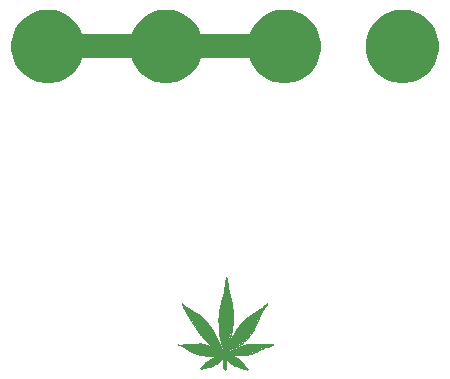
<source format=gbr>
G04 #@! TF.GenerationSoftware,KiCad,Pcbnew,(5.1.5-0)*
G04 #@! TF.CreationDate,2021-01-20T00:07:58-08:00*
G04 #@! TF.ProjectId,doof,646f6f66-2e6b-4696-9361-645f70636258,rev?*
G04 #@! TF.SameCoordinates,Original*
G04 #@! TF.FileFunction,Soldermask,Top*
G04 #@! TF.FilePolarity,Negative*
%FSLAX46Y46*%
G04 Gerber Fmt 4.6, Leading zero omitted, Abs format (unit mm)*
G04 Created by KiCad (PCBNEW (5.1.5-0)) date 2021-01-20 00:07:58*
%MOMM*%
%LPD*%
G04 APERTURE LIST*
%ADD10C,2.000000*%
%ADD11C,0.100000*%
%ADD12C,0.000002*%
%ADD13C,0.001000*%
G04 APERTURE END LIST*
D10*
X25000000Y-97500000D02*
X5000000Y-97500000D01*
D11*
G36*
X20660400Y-123747650D02*
G01*
X21212850Y-124027050D01*
X21539875Y-124354075D01*
X21674813Y-124584263D01*
X21906588Y-124854138D01*
X21600200Y-124770000D01*
X21346200Y-124693800D01*
X21168400Y-124630300D01*
X20793750Y-124496950D01*
X20434975Y-124303275D01*
X20174625Y-124017525D01*
X20050800Y-123855600D01*
X20114300Y-123893700D01*
X20088900Y-123830200D01*
X20152400Y-123658750D01*
X20660400Y-123747650D01*
G37*
X20660400Y-123747650D02*
X21212850Y-124027050D01*
X21539875Y-124354075D01*
X21674813Y-124584263D01*
X21906588Y-124854138D01*
X21600200Y-124770000D01*
X21346200Y-124693800D01*
X21168400Y-124630300D01*
X20793750Y-124496950D01*
X20434975Y-124303275D01*
X20174625Y-124017525D01*
X20050800Y-123855600D01*
X20114300Y-123893700D01*
X20088900Y-123830200D01*
X20152400Y-123658750D01*
X20660400Y-123747650D01*
G36*
X19866650Y-123766700D02*
G01*
X19498350Y-124198500D01*
X19060200Y-124471550D01*
X18679200Y-124611250D01*
X17929900Y-124776350D01*
X18412500Y-124249300D01*
X18806200Y-123982600D01*
X19174500Y-123779400D01*
X19644400Y-123703200D01*
X19669800Y-123703200D01*
X19866650Y-123766700D01*
G37*
X19866650Y-123766700D02*
X19498350Y-124198500D01*
X19060200Y-124471550D01*
X18679200Y-124611250D01*
X17929900Y-124776350D01*
X18412500Y-124249300D01*
X18806200Y-123982600D01*
X19174500Y-123779400D01*
X19644400Y-123703200D01*
X19669800Y-123703200D01*
X19866650Y-123766700D01*
G36*
X23073400Y-122738000D02*
G01*
X23505200Y-122763400D01*
X24083207Y-122773943D01*
X23403600Y-122928500D01*
X22971800Y-123119000D01*
X22628900Y-123334900D01*
X22209800Y-123500000D01*
X21676400Y-123588900D01*
X21231900Y-123614300D01*
X20654050Y-123595250D01*
X20076200Y-123576200D01*
X20012700Y-123500000D01*
X20228600Y-123436500D01*
X20235585Y-123385700D01*
X20551815Y-123258700D01*
X21085850Y-123030100D01*
X21638300Y-122826900D01*
X22032000Y-122712600D01*
X22476500Y-122712600D01*
X23073400Y-122738000D01*
G37*
X23073400Y-122738000D02*
X23505200Y-122763400D01*
X24083207Y-122773943D01*
X23403600Y-122928500D01*
X22971800Y-123119000D01*
X22628900Y-123334900D01*
X22209800Y-123500000D01*
X21676400Y-123588900D01*
X21231900Y-123614300D01*
X20654050Y-123595250D01*
X20076200Y-123576200D01*
X20012700Y-123500000D01*
X20228600Y-123436500D01*
X20235585Y-123385700D01*
X20551815Y-123258700D01*
X21085850Y-123030100D01*
X21638300Y-122826900D01*
X22032000Y-122712600D01*
X22476500Y-122712600D01*
X23073400Y-122738000D01*
G36*
X23060700Y-120083700D02*
G01*
X22819400Y-120579000D01*
X22616200Y-121036200D01*
X22355850Y-121556900D01*
X22082800Y-121912500D01*
X21771650Y-122325250D01*
X21301750Y-122718950D01*
X20800100Y-123055500D01*
X19695200Y-123652400D01*
X19720600Y-123322200D01*
X20025400Y-123271400D01*
X20273050Y-122833250D01*
X20488950Y-122369700D01*
X20654050Y-122039500D01*
X20838200Y-121747400D01*
X21003300Y-121429900D01*
X21282700Y-121074300D01*
X21562100Y-120756800D01*
X21892300Y-120464700D01*
X22235200Y-120236100D01*
X22616200Y-119982100D01*
X23009900Y-119715400D01*
X23543300Y-119321700D01*
X23060700Y-120083700D01*
G37*
X23060700Y-120083700D02*
X22819400Y-120579000D01*
X22616200Y-121036200D01*
X22355850Y-121556900D01*
X22082800Y-121912500D01*
X21771650Y-122325250D01*
X21301750Y-122718950D01*
X20800100Y-123055500D01*
X19695200Y-123652400D01*
X19720600Y-123322200D01*
X20025400Y-123271400D01*
X20273050Y-122833250D01*
X20488950Y-122369700D01*
X20654050Y-122039500D01*
X20838200Y-121747400D01*
X21003300Y-121429900D01*
X21282700Y-121074300D01*
X21562100Y-120756800D01*
X21892300Y-120464700D01*
X22235200Y-120236100D01*
X22616200Y-119982100D01*
X23009900Y-119715400D01*
X23543300Y-119321700D01*
X23060700Y-120083700D01*
G36*
X20215900Y-117950100D02*
G01*
X20317500Y-118432700D01*
X20431800Y-118889900D01*
X20514350Y-119220100D01*
X20577850Y-119601100D01*
X20622300Y-120121800D01*
X20622300Y-120655200D01*
X20571500Y-121239400D01*
X20508000Y-121760100D01*
X20365125Y-122255400D01*
X20066675Y-123271400D01*
X19853950Y-123220600D01*
X19619000Y-122306200D01*
X19445962Y-121442600D01*
X19461837Y-120655200D01*
X19514225Y-119994800D01*
X19676150Y-119220100D01*
X19911100Y-118407300D01*
X20038100Y-117632600D01*
X20101600Y-117111900D01*
X20215900Y-117950100D01*
G37*
X20215900Y-117950100D02*
X20317500Y-118432700D01*
X20431800Y-118889900D01*
X20514350Y-119220100D01*
X20577850Y-119601100D01*
X20622300Y-120121800D01*
X20622300Y-120655200D01*
X20571500Y-121239400D01*
X20508000Y-121760100D01*
X20365125Y-122255400D01*
X20066675Y-123271400D01*
X19853950Y-123220600D01*
X19619000Y-122306200D01*
X19445962Y-121442600D01*
X19461837Y-120655200D01*
X19514225Y-119994800D01*
X19676150Y-119220100D01*
X19911100Y-118407300D01*
X20038100Y-117632600D01*
X20101600Y-117111900D01*
X20215900Y-117950100D01*
G36*
X16596400Y-119524900D02*
G01*
X16913900Y-119766200D01*
X17479050Y-120083700D01*
X18075950Y-120515500D01*
X18450600Y-120896500D01*
X18850650Y-121461650D01*
X19447550Y-122642750D01*
X19746000Y-123207900D01*
X19758700Y-123220600D01*
X19428500Y-123246000D01*
X19326900Y-123195200D01*
X18971300Y-122947550D01*
X18564900Y-122579250D01*
X18234700Y-122230000D01*
X17879100Y-121798200D01*
X17599700Y-121379100D01*
X17409200Y-121125100D01*
X17155200Y-120667900D01*
X16901200Y-120299600D01*
X16659900Y-119880500D01*
X16380500Y-119321700D01*
X16596400Y-119524900D01*
G37*
X16596400Y-119524900D02*
X16913900Y-119766200D01*
X17479050Y-120083700D01*
X18075950Y-120515500D01*
X18450600Y-120896500D01*
X18850650Y-121461650D01*
X19447550Y-122642750D01*
X19746000Y-123207900D01*
X19758700Y-123220600D01*
X19428500Y-123246000D01*
X19326900Y-123195200D01*
X18971300Y-122947550D01*
X18564900Y-122579250D01*
X18234700Y-122230000D01*
X17879100Y-121798200D01*
X17599700Y-121379100D01*
X17409200Y-121125100D01*
X17155200Y-120667900D01*
X16901200Y-120299600D01*
X16659900Y-119880500D01*
X16380500Y-119321700D01*
X16596400Y-119524900D01*
G36*
X18002925Y-122703075D02*
G01*
X18339475Y-122798325D01*
X18603000Y-122890400D01*
X19301500Y-123296800D01*
X19331980Y-123324740D01*
X19339600Y-123309500D01*
X19339600Y-123322200D01*
X19331980Y-123324740D01*
X19250700Y-123487300D01*
X19644400Y-123627000D01*
X19434850Y-123652400D01*
X19041150Y-123677800D01*
X18564900Y-123677800D01*
X18120400Y-123614300D01*
X17637800Y-123500000D01*
X17244100Y-123385700D01*
X16837700Y-123157100D01*
X16520200Y-122928500D01*
X16113800Y-122801500D01*
X16761500Y-122750700D01*
X17294900Y-122712600D01*
X17758450Y-122706250D01*
X18002925Y-122703075D01*
G37*
X18002925Y-122703075D02*
X18339475Y-122798325D01*
X18603000Y-122890400D01*
X19301500Y-123296800D01*
X19331980Y-123324740D01*
X19339600Y-123309500D01*
X19339600Y-123322200D01*
X19331980Y-123324740D01*
X19250700Y-123487300D01*
X19644400Y-123627000D01*
X19434850Y-123652400D01*
X19041150Y-123677800D01*
X18564900Y-123677800D01*
X18120400Y-123614300D01*
X17637800Y-123500000D01*
X17244100Y-123385700D01*
X16837700Y-123157100D01*
X16520200Y-122928500D01*
X16113800Y-122801500D01*
X16761500Y-122750700D01*
X17294900Y-122712600D01*
X17758450Y-122706250D01*
X18002925Y-122703075D01*
G36*
X20000000Y-123284100D02*
G01*
X19788862Y-123477775D01*
X20007937Y-123573025D01*
X20758825Y-124115950D01*
X20577850Y-124211200D01*
X20000000Y-123754000D01*
X20012700Y-124846200D01*
X19898400Y-124706500D01*
X19892050Y-123817500D01*
X19936500Y-123817500D01*
X19555500Y-123601600D01*
X19269750Y-123449200D01*
X19434850Y-123169800D01*
X20000000Y-123284100D01*
G37*
X20000000Y-123284100D02*
X19788862Y-123477775D01*
X20007937Y-123573025D01*
X20758825Y-124115950D01*
X20577850Y-124211200D01*
X20000000Y-123754000D01*
X20012700Y-124846200D01*
X19898400Y-124706500D01*
X19892050Y-123817500D01*
X19936500Y-123817500D01*
X19555500Y-123601600D01*
X19269750Y-123449200D01*
X19434850Y-123169800D01*
X20000000Y-123284100D01*
D12*
X19479586Y-121596968D02*
X19486414Y-121663404D01*
X16060628Y-122785206D02*
G75*
G02X16062745Y-122780474I8833J-1112D01*
G01*
X16062745Y-122780475D02*
G75*
G02X16067170Y-122777659I6961J-6056D01*
G01*
X16067171Y-122777659D02*
G75*
G02X16076272Y-122775641I21302J-74534D01*
G01*
X16119176Y-122769928D02*
X16076272Y-122775641D01*
X16175382Y-122764579D02*
X16119176Y-122769928D01*
X16249523Y-122759059D02*
X16175382Y-122764579D01*
X16350810Y-122752773D02*
X16249523Y-122759059D01*
X16464250Y-122745535D02*
X16350810Y-122752773D01*
X16555159Y-122738329D02*
X16464250Y-122745535D01*
X16635946Y-122730142D02*
X16555159Y-122738329D01*
X16717522Y-122719967D02*
X16635946Y-122730142D01*
X16795588Y-122710763D02*
X16717522Y-122719967D01*
X16894548Y-122701810D02*
X16795588Y-122710763D01*
X17002731Y-122693949D02*
X16894548Y-122701810D01*
X17110022Y-122688039D02*
X17002731Y-122693949D01*
X17158893Y-122685783D02*
X17110022Y-122688039D01*
X17228084Y-122682592D02*
X17158893Y-122685783D01*
X17303746Y-122679104D02*
X17228084Y-122682592D01*
X17375022Y-122675821D02*
X17303746Y-122679104D01*
X17542892Y-122668843D02*
X17375022Y-122675821D01*
X17717753Y-122663052D02*
X17542892Y-122668843D01*
X17891324Y-122658069D02*
X17717753Y-122663052D01*
X17891324Y-122658069D02*
G75*
G02X17900393Y-122660507I462J-16364D01*
G01*
X17903889Y-122661762D02*
G75*
G02X17900393Y-122660507I1209J8867D01*
G01*
X17919388Y-122663775D02*
X17903889Y-122661762D01*
X17937771Y-122665819D02*
X17919388Y-122663775D01*
X17958715Y-122667713D02*
X17937771Y-122665819D01*
X19470054Y-121487481D02*
X19472649Y-121517124D01*
X20612378Y-123647086D02*
X20657522Y-123650622D01*
X20563537Y-123643388D02*
X20612378Y-123647086D01*
X20518194Y-123640058D02*
X20563537Y-123643388D01*
X20485022Y-123637755D02*
X20518194Y-123640058D01*
X20453615Y-123635486D02*
X20485022Y-123637755D01*
X20414584Y-123632326D02*
X20453615Y-123635486D01*
X20374606Y-123628849D02*
X20414584Y-123632326D01*
X20340022Y-123625579D02*
X20374606Y-123628849D01*
X20278512Y-123620402D02*
X20340022Y-123625579D01*
X20226901Y-123618134D02*
X20278512Y-123620402D01*
X18831364Y-121380665D02*
X18702584Y-121173051D01*
X18960123Y-121610277D02*
X18831364Y-121380665D01*
X20263811Y-123644985D02*
X20225611Y-123637712D01*
X20301820Y-123651668D02*
X20263811Y-123644985D01*
X20327522Y-123655429D02*
X20301820Y-123651668D01*
X20327522Y-123655429D02*
G75*
G02X20415850Y-123671576I-96572J-777952D01*
G01*
X20542223Y-123704860D02*
X20415850Y-123671576D01*
X20681550Y-123747366D02*
X20542223Y-123704860D01*
X20815022Y-123794009D02*
X20681550Y-123747366D01*
X20858649Y-123811046D02*
X20815022Y-123794009D01*
X20904637Y-123830487D02*
X20858649Y-123811046D01*
X20952079Y-123851930D02*
X20904637Y-123830487D01*
X21000085Y-123874987D02*
X20952079Y-123851930D01*
X21000085Y-123874988D02*
G75*
G02X21152408Y-123962179I-639105J-1293158D01*
G01*
X19600081Y-122347260D02*
X19602098Y-122357528D01*
X22620021Y-121015299D02*
G75*
G02X22619743Y-121016562I-3003J0D01*
G01*
X22611209Y-121034952D02*
X22619743Y-121016562D01*
X22601523Y-121055632D02*
X22611209Y-121034952D01*
X22590022Y-121079870D02*
X22601523Y-121055632D01*
X22578521Y-121104146D02*
X22590022Y-121079870D01*
X22568834Y-121124951D02*
X22578521Y-121104146D01*
X22560385Y-121143329D02*
X22568834Y-121124951D01*
X22560021Y-121144995D02*
G75*
G02X22560385Y-121143329I3995J0D01*
G01*
X22560021Y-121144995D02*
G75*
G02X22559292Y-121148297I-7840J0D01*
G01*
X22520677Y-121231421D02*
X22559292Y-121148297D01*
X22477758Y-121323339D02*
X22520677Y-121231421D01*
X22427442Y-121430277D02*
X22477758Y-121323339D01*
X22404537Y-121478174D02*
X22427442Y-121430277D01*
X22376801Y-121534980D02*
X22404537Y-121478174D01*
X22347730Y-121593998D02*
X22376801Y-121534980D01*
X22347731Y-121593997D02*
G75*
G02X22345022Y-121597777I-12801J6311D01*
G01*
X22343589Y-121599614D02*
G75*
G02X22345022Y-121597777I8150J-4881D01*
G01*
X22340177Y-121605418D02*
X22343588Y-121599615D01*
X22336238Y-121612435D02*
X22340177Y-121605418D01*
X22332041Y-121620277D02*
X22336238Y-121612435D01*
X22323008Y-121637116D02*
X22332041Y-121620277D01*
X22312309Y-121656309D02*
X22323008Y-121637116D01*
X22301117Y-121675799D02*
X22312309Y-121656309D01*
X22290563Y-121693576D02*
X22301117Y-121675799D01*
X22286359Y-121700601D02*
X22290563Y-121693576D01*
X22279895Y-121711546D02*
X22286359Y-121700601D01*
X22272630Y-121723921D02*
X22279895Y-121711546D01*
X22265538Y-121736076D02*
X22272630Y-121723921D01*
X22265539Y-121736076D02*
G75*
G02X22176513Y-121874537I-1594117J927112D01*
G01*
X22060765Y-122028716D02*
X22176513Y-121874537D01*
X21929379Y-122185115D02*
X22060765Y-122028716D01*
X21792561Y-122330767D02*
X21929379Y-122185115D01*
X21792561Y-122330767D02*
G75*
G02X21512462Y-122588051I-2992746J2977019D01*
G01*
X21202444Y-122826945D02*
X21512462Y-122588051D01*
X20846530Y-123058868D02*
X21202444Y-122826945D01*
X20427522Y-123295384D02*
X20846530Y-123058868D01*
X20407210Y-123306206D02*
X20427522Y-123295384D01*
X20383256Y-123319049D02*
X20407210Y-123306206D01*
X20359541Y-123331825D02*
X20383256Y-123319049D01*
X20340022Y-123342411D02*
X20359541Y-123331825D01*
X20322766Y-123351769D02*
X20340022Y-123342411D01*
X20306062Y-123360749D02*
X20322766Y-123351769D01*
X20291782Y-123368359D02*
X20306062Y-123360749D01*
X20284097Y-123372337D02*
X20291782Y-123368359D01*
X20267847Y-123382144D02*
G75*
G02X20284097Y-123372337I73169J-102870D01*
G01*
X20251467Y-123395234D02*
G75*
G02X20267847Y-123382145I125077J-139731D01*
G01*
X20238112Y-123408375D02*
G75*
G02X20251467Y-123395234I145858J-134885D01*
G01*
X20235021Y-123416267D02*
G75*
G02X20238111Y-123408375I11624J0D01*
G01*
X20235871Y-123419781D02*
G75*
G02X20235022Y-123416267I6849J3514D01*
G01*
X20238155Y-123421737D02*
G75*
G02X20235870Y-123419780I1247J3768D01*
G01*
X20242397Y-123422198D02*
G75*
G02X20238155Y-123421737I-1044J10127D01*
G01*
X20249641Y-123421103D02*
G75*
G02X20242398Y-123422199I-15184J75919D01*
G01*
X20268149Y-123415366D02*
G75*
G02X20249641Y-123421104I-36945J86448D01*
G01*
X20328992Y-123389023D02*
X20268149Y-123415366D01*
X20396972Y-123358528D02*
X20328992Y-123389023D01*
X20465022Y-123326643D02*
X20396972Y-123358528D01*
X20488044Y-123315656D02*
X20465022Y-123326643D01*
X20513850Y-123303400D02*
X20488044Y-123315656D01*
X20538478Y-123291750D02*
X20513850Y-123303400D01*
X20557522Y-123282798D02*
X20538478Y-123291750D01*
X20577497Y-123273393D02*
X20557522Y-123282798D01*
X20605600Y-123260054D02*
X20577497Y-123273393D01*
X20636247Y-123245444D02*
X20605600Y-123260054D01*
X20665022Y-123231661D02*
X20636247Y-123245444D01*
X20719936Y-123205361D02*
X20665022Y-123231661D01*
X20761702Y-123185535D02*
X20719936Y-123205361D01*
X20796707Y-123169148D02*
X20761702Y-123185535D01*
X20830022Y-123153816D02*
X20796707Y-123169148D01*
X20865354Y-123137574D02*
X20830022Y-123153816D01*
X20931774Y-123106749D02*
X20865354Y-123137574D01*
X20999694Y-123075132D02*
X20931774Y-123106749D01*
X21047522Y-123052733D02*
X20999694Y-123075132D01*
X21194502Y-122984657D02*
X21047522Y-123052733D01*
X21345333Y-122916903D02*
X21194502Y-122984657D01*
X21483653Y-122856658D02*
X21345333Y-122916903D01*
X21590022Y-122812680D02*
X21483653Y-122856658D01*
X21643337Y-122791611D02*
X21590022Y-122812680D01*
X21678135Y-122778359D02*
X21643337Y-122791611D01*
X21707932Y-122767769D02*
X21678135Y-122778359D01*
X21742522Y-122756289D02*
X21707932Y-122767769D01*
X21801620Y-122738467D02*
X21742522Y-122756289D01*
X21863071Y-122722384D02*
X21801620Y-122738467D01*
X21924574Y-122708597D02*
X21863071Y-122722384D01*
X21983822Y-122697669D02*
X21924574Y-122708597D01*
X22025789Y-122691782D02*
X21983822Y-122697669D01*
X22061324Y-122688975D02*
X22025789Y-122691782D01*
X22105896Y-122688261D02*
X22061324Y-122688975D01*
X22186322Y-122689370D02*
X22105896Y-122688261D01*
X22243234Y-122690735D02*
X22186322Y-122689370D01*
X22301607Y-122692737D02*
X22243234Y-122690735D01*
X22353546Y-122695032D02*
X22301607Y-122692737D01*
X22387522Y-122697267D02*
X22353546Y-122695032D01*
X22418287Y-122699702D02*
X22387522Y-122697267D01*
X22457662Y-122702627D02*
X22418287Y-122699702D01*
X22498691Y-122705545D02*
X22457662Y-122702627D01*
X22535022Y-122707990D02*
X22498691Y-122705545D01*
X22572057Y-122710418D02*
X22535022Y-122707990D01*
X22615318Y-122713293D02*
X22572057Y-122710418D01*
X22657867Y-122716150D02*
X22615318Y-122713293D01*
X22692522Y-122718510D02*
X22657867Y-122716150D01*
X22745145Y-122720680D02*
X22692522Y-122718510D01*
X22937897Y-122723130D02*
X22745145Y-122720680D01*
X23166132Y-122725346D02*
X22937897Y-122723130D01*
X23422522Y-122726997D02*
X23166132Y-122725346D01*
X23760194Y-122728974D02*
X23422522Y-122726997D01*
X23946598Y-122730953D02*
X23760194Y-122728974D01*
X24075267Y-122733028D02*
X23946598Y-122730953D01*
X24075267Y-122733028D02*
G75*
G02X24088772Y-122736729I-500J-28318D01*
G01*
X24088772Y-122736728D02*
G75*
G02X24097766Y-122745160I-13045J-22929D01*
G01*
X24097766Y-122745160D02*
G75*
G02X24100023Y-122755412I-12281J-8079D01*
G01*
X24100023Y-122755413D02*
G75*
G02X24094871Y-122765674I-18220J2725D01*
G01*
X24094870Y-122765673D02*
G75*
G02X24083207Y-122773943I-29662J29474D01*
G01*
X24083208Y-122773944D02*
G75*
G02X24065174Y-122781131I-63623J133418D01*
G01*
X24000776Y-122801805D02*
X24065174Y-122781131D01*
X23938093Y-122821392D02*
X24000776Y-122801805D01*
X23902522Y-122831377D02*
X23938093Y-122821392D01*
X23773171Y-122868169D02*
X23902522Y-122831377D01*
X23598786Y-122925203D02*
X23773171Y-122868169D01*
X23419767Y-122988251D02*
X23598786Y-122925203D01*
X23272522Y-123045274D02*
X23419767Y-122988251D01*
X23149199Y-123098078D02*
X23272522Y-123045274D01*
X23003927Y-123164591D02*
X23149199Y-123098078D01*
X22862600Y-123232490D02*
X23003927Y-123164591D01*
X22752522Y-123289199D02*
X22862600Y-123232490D01*
X22618504Y-123360433D02*
X22752522Y-123289199D01*
X22533440Y-123402696D02*
X22618504Y-123360433D01*
X22458987Y-123435131D02*
X22533440Y-123402696D01*
X22367522Y-123470178D02*
X22458987Y-123435131D01*
X22292423Y-123497307D02*
X22367522Y-123470178D01*
X22252851Y-123510723D02*
X22292423Y-123497307D01*
X22213400Y-123522598D02*
X22252851Y-123510723D01*
X22140022Y-123543034D02*
X22213400Y-123522598D01*
X22020804Y-123572545D02*
X22140022Y-123543034D01*
X21883620Y-123600279D02*
X22020804Y-123572545D01*
X21745884Y-123623156D02*
X21883620Y-123600279D01*
X21625022Y-123637838D02*
X21745884Y-123623156D01*
X21601013Y-123640138D02*
X21625022Y-123637838D01*
X21566506Y-123643487D02*
X21601013Y-123640138D01*
X21528547Y-123647195D02*
X21566506Y-123643487D01*
X21492522Y-123650739D02*
X21528547Y-123647195D01*
X21358935Y-123658145D02*
X21492522Y-123650739D01*
X21086190Y-123659806D02*
X21358935Y-123658145D01*
X20813070Y-123657895D02*
X21086190Y-123659806D01*
X20657522Y-123650622D02*
X20813070Y-123657895D01*
X20184700Y-123617876D02*
X20226901Y-123618134D01*
X20180021Y-123622584D02*
G75*
G02X20184700Y-123617876I4709J-1D01*
G01*
X20181145Y-123624719D02*
G75*
G02X20180022Y-123622585I1466J2134D01*
G01*
X20185529Y-123627293D02*
G75*
G02X20181144Y-123624719I15819J31971D01*
G01*
X19110636Y-121888155D02*
X19094341Y-121858062D01*
X19121221Y-121907777D02*
X19110636Y-121888155D01*
X20511249Y-122283226D02*
X20464982Y-122380277D01*
X20596807Y-122112328D02*
X20511249Y-122283226D01*
X20683548Y-121941636D02*
X20596807Y-122112328D01*
X20724269Y-121866527D02*
X20683548Y-121941636D01*
X20738678Y-121841366D02*
X20724269Y-121866527D01*
X20749929Y-121821636D02*
X20738678Y-121841366D01*
X20759609Y-121804555D02*
X20749929Y-121821636D01*
X20769048Y-121787777D02*
X20759609Y-121804555D01*
X20775983Y-121775624D02*
X20769048Y-121787777D01*
X20787590Y-121755731D02*
X20775983Y-121775624D01*
X20800976Y-121732985D02*
X20787590Y-121755731D01*
X20814458Y-121710277D02*
X20800976Y-121732985D01*
X20827575Y-121688268D02*
X20814458Y-121710277D01*
X20839864Y-121667624D02*
X20827575Y-121688268D01*
X20850197Y-121650243D02*
X20839864Y-121667624D01*
X20854889Y-121642307D02*
X20850197Y-121650243D01*
X20899259Y-121570233D02*
X20854889Y-121642307D01*
X20962393Y-121473837D02*
X20899259Y-121570233D01*
X21029939Y-121374271D02*
X20962393Y-121473837D01*
X21089543Y-121290277D02*
X21029939Y-121374271D01*
X21146819Y-121213641D02*
X21089543Y-121290277D01*
X21217177Y-121123061D02*
X21146819Y-121213641D01*
X21284639Y-121038542D02*
X21217177Y-121123061D01*
X21327847Y-120987777D02*
X21284639Y-121038542D01*
X22635064Y-120981889D02*
X22644416Y-120961958D01*
X22627187Y-120998945D02*
X22635064Y-120981889D01*
X22620294Y-121014044D02*
X22627187Y-120998945D01*
X22620022Y-121015299D02*
G75*
G02X22620294Y-121014044I3026J0D01*
G01*
X19075985Y-121824222D02*
X19058037Y-121791194D01*
X19094341Y-121858062D02*
X19075985Y-121824222D01*
X21912904Y-124882618D02*
G75*
G02X21912962Y-124890934I-10582J-4233D01*
G01*
X21912961Y-124890934D02*
G75*
G02X21910571Y-124893771I-5287J2029D01*
G01*
X21910571Y-124893771D02*
G75*
G02X21905675Y-124895933I-11328J19028D01*
G01*
X21905675Y-124895934D02*
G75*
G02X21898837Y-124897326I-10822J35655D01*
G01*
X21898838Y-124897325D02*
G75*
G02X21890414Y-124897777I-8424J78322D01*
G01*
X20393609Y-122541378D02*
X20385721Y-122560277D01*
X20420843Y-122479384D02*
X20393609Y-122541378D01*
X20447720Y-122418594D02*
X20420843Y-122479384D01*
X20464982Y-122380277D02*
X20447720Y-122418594D01*
X21890414Y-124897778D02*
G75*
G02X21875921Y-124896825I0J110737D01*
G01*
X21875921Y-124896825D02*
G75*
G02X21863016Y-124893965I9971J75534D01*
G01*
X21863016Y-124893965D02*
G75*
G02X21846281Y-124887761I53575J170197D01*
G01*
X21815022Y-124874046D02*
X21846281Y-124887761D01*
X21751838Y-124847762D02*
X21815022Y-124874046D01*
X21685736Y-124824319D02*
X21751838Y-124847762D01*
X21614120Y-124802862D02*
X21685736Y-124824319D01*
X21534294Y-124782548D02*
X21614120Y-124802862D01*
X21397606Y-124749292D02*
X21534294Y-124782548D01*
X19130128Y-121924323D02*
X19121221Y-121907777D01*
X19140235Y-121943074D02*
X19130128Y-121924323D01*
X20253305Y-122886243D02*
X20244490Y-122906661D01*
X20263179Y-122862378D02*
X20253305Y-122886243D01*
X20274497Y-122834151D02*
X20263179Y-122862378D01*
X20287768Y-122800277D02*
X20274497Y-122834151D01*
X20293655Y-122785324D02*
X20287768Y-122800277D01*
X20300109Y-122769333D02*
X20293655Y-122785324D01*
X20306173Y-122754627D02*
X20300109Y-122769333D01*
X21152408Y-123962178D02*
G75*
G02X21290509Y-124065987I-743206J-1132487D01*
G01*
X21290509Y-124065987D02*
G75*
G02X21408604Y-124181641I-808447J-943632D01*
G01*
X21408604Y-124181641D02*
G75*
G02X21501099Y-124304225I-691614J-618042D01*
G01*
X21593113Y-124447827D02*
X21501099Y-124304225D01*
X21658325Y-124544131D02*
X21593113Y-124447827D01*
X21719278Y-124626381D02*
X21658325Y-124544131D01*
X21794380Y-124720045D02*
X21719278Y-124626381D01*
X21837947Y-124772822D02*
X21794380Y-124720045D01*
X21851771Y-124789809D02*
X21837947Y-124772822D01*
X21862079Y-124803035D02*
X21851771Y-124789809D01*
X19634498Y-119270277D02*
X19620636Y-119320269D01*
X20310691Y-122744082D02*
X20306173Y-122754627D01*
X20314264Y-122735606D02*
X20310691Y-122744082D01*
X20317281Y-122727667D02*
X20314264Y-122735606D01*
X20319553Y-122720959D02*
X20317281Y-122727667D01*
X20320021Y-122717966D02*
G75*
G02X20319553Y-122720959I-9805J0D01*
G01*
X20320021Y-122717965D02*
G75*
G02X20320501Y-122714968I9600J-1D01*
G01*
X20322848Y-122708209D02*
X20320501Y-122714968D01*
X20325958Y-122700210D02*
X20322848Y-122708209D01*
X20329642Y-122691661D02*
X20325958Y-122700210D01*
X20343866Y-122659784D02*
X20329642Y-122691661D01*
X20352969Y-122638632D02*
X20343866Y-122659784D01*
X20359166Y-122623491D02*
X20352969Y-122638632D01*
X20360007Y-122619082D02*
G75*
G02X20359166Y-122623491I-11749J-43D01*
G01*
X20360007Y-122619082D02*
G75*
G02X20360459Y-122616632I6738J25D01*
G01*
X20363194Y-122609786D02*
X20360459Y-122616632D01*
X20366707Y-122601673D02*
X20363194Y-122609786D01*
X20370874Y-122592777D02*
X20366707Y-122601673D01*
X20375330Y-122583430D02*
X20370874Y-122592777D01*
X20379723Y-122573949D02*
X20375330Y-122583430D01*
X20383495Y-122565577D02*
X20379723Y-122573949D01*
X20385721Y-122560277D02*
X20383495Y-122565577D01*
X21877281Y-124823316D02*
X21862079Y-124803035D01*
X21893683Y-124846689D02*
X21877281Y-124823316D01*
X21893683Y-124846690D02*
G75*
G02X21905528Y-124866666I-194982J-129113D01*
G01*
X21905528Y-124866666D02*
G75*
G02X21912903Y-124882618I-148143J-78170D01*
G01*
X21337272Y-120977192D02*
X21327847Y-120987777D01*
X21357031Y-120954856D02*
X21337272Y-120977192D01*
X21380430Y-120928361D02*
X21357031Y-120954856D01*
X21405193Y-120900277D02*
X21380430Y-120928361D01*
X21513704Y-120783304D02*
X21405193Y-120900277D01*
X21646053Y-120652079D02*
X21513704Y-120783304D01*
X21777297Y-120530085D02*
X21646053Y-120652079D01*
X21880250Y-120444220D02*
X21777297Y-120530085D01*
X21967428Y-120378727D02*
X21880250Y-120444220D01*
X22046415Y-120323278D02*
X21967428Y-120378727D01*
X22148457Y-120256351D02*
X22046415Y-120323278D01*
X22327522Y-120142769D02*
X22148457Y-120256351D01*
X22389629Y-120103344D02*
X22327522Y-120142769D01*
X22456365Y-120060469D02*
X22389629Y-120103344D01*
X22517965Y-120020471D02*
X22456365Y-120060469D01*
X22562522Y-119990991D02*
X22517965Y-120020471D01*
X22697222Y-119899298D02*
X22562522Y-119990991D01*
X22820866Y-119812251D02*
X22697222Y-119899298D01*
X22968690Y-119704774D02*
X22820866Y-119812251D01*
X23190022Y-119540957D02*
X22968690Y-119704774D01*
X23233928Y-119508350D02*
X23190022Y-119540957D01*
X23276959Y-119476446D02*
X23233928Y-119508350D01*
X23314011Y-119449020D02*
X23276959Y-119476446D01*
X23335022Y-119433543D02*
X23314011Y-119449020D01*
X23351209Y-119421646D02*
X23335022Y-119433543D01*
X23368850Y-119408643D02*
X23351209Y-119421646D01*
X23385320Y-119396471D02*
X23368850Y-119408643D01*
X23397522Y-119387414D02*
X23385320Y-119396471D01*
X23437477Y-119359270D02*
X23397522Y-119387414D01*
X23492952Y-119323208D02*
X23437477Y-119359270D01*
X23549438Y-119287759D02*
X23492952Y-119323208D01*
X23549438Y-119287760D02*
G75*
G02X23564761Y-119281269I28471J-45884D01*
G01*
X23564761Y-119281268D02*
G75*
G02X23577504Y-119279947I10974J-43717D01*
G01*
X23577504Y-119279947D02*
G75*
G02X23584070Y-119284069I-305J-7776D01*
G01*
X23584070Y-119284070D02*
G75*
G02X23584527Y-119292656I-8997J-4784D01*
G01*
X23584527Y-119292655D02*
G75*
G02X23577667Y-119305539I-63438J25510D01*
G01*
X23565329Y-119322507D02*
X23577667Y-119305539D01*
X23545976Y-119346851D02*
X23565329Y-119322507D01*
X23526429Y-119370518D02*
X23545976Y-119346851D01*
X23526429Y-119370517D02*
G75*
G02X23516963Y-119380277I-72727J61071D01*
G01*
X23499895Y-119398072D02*
G75*
G02X23516963Y-119380277I123500J-101373D01*
G01*
X23445948Y-119464257D02*
X23499895Y-119398072D01*
X23391922Y-119531904D02*
X23445948Y-119464257D01*
X23351038Y-119585277D02*
X23391922Y-119531904D01*
X23274034Y-119693698D02*
X23351038Y-119585277D01*
X23213980Y-119789678D02*
X23274034Y-119693698D01*
X23148409Y-119910452D02*
X23213980Y-119789678D01*
X23045463Y-120115277D02*
X23148409Y-119910452D01*
X23012314Y-120182396D02*
X23045463Y-120115277D01*
X22982337Y-120243418D02*
X23012314Y-120182396D01*
X22957300Y-120294652D02*
X22982337Y-120243418D01*
X22948740Y-120312777D02*
X22957300Y-120294652D01*
X22933870Y-120344997D02*
X22948740Y-120312777D01*
X22898656Y-120420485D02*
X22933870Y-120344997D01*
X22863434Y-120495815D02*
X22898656Y-120420485D01*
X22842505Y-120540277D02*
X22863434Y-120495815D01*
X22836270Y-120553483D02*
X22842505Y-120540277D01*
X22826572Y-120574090D02*
X22836270Y-120553483D01*
X22815623Y-120597387D02*
X22826572Y-120574090D01*
X22804881Y-120620277D02*
X22815623Y-120597387D01*
X22752656Y-120731614D02*
X22804881Y-120620277D01*
X22705466Y-120832138D02*
X22752656Y-120731614D01*
X22666565Y-120914935D02*
X22705466Y-120832138D01*
X22644416Y-120961958D02*
X22666565Y-120914935D01*
X19456089Y-120270173D02*
X19450432Y-120347777D01*
X19491414Y-119934273D02*
X19489359Y-119951746D01*
X19499812Y-121775277D02*
X19502112Y-121791881D01*
X17220022Y-123404199D02*
X17285345Y-123431444D01*
X17172193Y-123382386D02*
X17220022Y-123404199D01*
X17096008Y-123345116D02*
X17172193Y-123382386D01*
X17013874Y-123304229D02*
X17096008Y-123345116D01*
X17958715Y-122667712D02*
G75*
G02X18037077Y-122677867I-68767J-838110D01*
G01*
X18134167Y-122697547D02*
X18037077Y-122677867D01*
X18238541Y-122723880D02*
X18134167Y-122697547D01*
X18340022Y-122754629D02*
X18238541Y-122723880D01*
X18411345Y-122778648D02*
X18340022Y-122754629D01*
X18462918Y-122797344D02*
X18411345Y-122778648D01*
X18514767Y-122818060D02*
X18462918Y-122797344D01*
X18587522Y-122848978D02*
X18514767Y-122818060D01*
X18636095Y-122871297D02*
X18587522Y-122848978D01*
X18722054Y-122913707D02*
X18636095Y-122871297D01*
X18807800Y-122957003D02*
X18722054Y-122913707D01*
X18857522Y-122983724D02*
X18807800Y-122957003D01*
X18874485Y-122993290D02*
X18857522Y-122983724D01*
X18892381Y-123003359D02*
X18874485Y-122993290D01*
X18908665Y-123012503D02*
X18892381Y-123003359D01*
X18920022Y-123018855D02*
X18908665Y-123012503D01*
X18967579Y-123046350D02*
X18920022Y-123018855D01*
X19029264Y-123083880D02*
X18967579Y-123046350D01*
X19094127Y-123124579D02*
X19029264Y-123083880D01*
X19152522Y-123162529D02*
X19094127Y-123124579D01*
X19269621Y-123239782D02*
X19152522Y-123162529D01*
X19284217Y-123242895D02*
G75*
G02X19269621Y-123239782I-3296J20324D01*
G01*
X19285880Y-123236626D02*
G75*
G02X19284217Y-123242894I-2231J-2763D01*
G01*
X19186635Y-123156997D02*
X19285879Y-123236626D01*
X19076355Y-123068615D02*
X19186635Y-123156997D01*
X18955655Y-122971064D02*
X19076355Y-123068615D01*
X18846190Y-122882022D02*
X18955655Y-122971064D01*
X18797522Y-122841366D02*
X18846190Y-122882022D01*
X18560218Y-122628564D02*
X18797522Y-122841366D01*
X18331976Y-122403889D02*
X18560218Y-122628564D01*
X18126302Y-122181368D02*
X18331976Y-122403889D01*
X17957522Y-121975413D02*
X18126302Y-122181368D01*
X17947035Y-121961730D02*
X17957522Y-121975413D01*
X17930933Y-121940881D02*
X17947035Y-121961730D01*
X17912804Y-121917489D02*
X17930933Y-121940881D01*
X17895094Y-121894720D02*
X17912804Y-121917489D01*
X17850771Y-121836679D02*
X17895094Y-121894720D01*
X17798022Y-121765362D02*
X17850771Y-121836679D01*
X17743294Y-121689659D02*
X17798022Y-121765362D01*
X17692611Y-121617777D02*
X17743294Y-121689659D01*
X17615794Y-121505183D02*
X17692611Y-121617777D01*
X17503314Y-121336047D02*
X17615794Y-121505183D01*
X17392960Y-121168079D02*
X17503314Y-121336047D01*
X17327810Y-121065811D02*
X17392960Y-121168079D01*
X17312852Y-121041839D02*
X17327810Y-121065811D01*
X17293501Y-121011028D02*
X17312852Y-121041839D01*
X17273210Y-120978853D02*
X17293501Y-121011028D01*
X17255098Y-120950277D02*
X17273210Y-120978853D01*
X17232466Y-120914465D02*
X17255098Y-120950277D01*
X17194344Y-120853699D02*
X17232466Y-120914465D01*
X17150478Y-120783586D02*
X17194344Y-120853699D01*
X17106299Y-120712777D02*
X17150478Y-120783586D01*
X17063762Y-120644522D02*
X17106299Y-120712777D01*
X17024866Y-120582137D02*
X17063762Y-120644522D01*
X16992249Y-120529846D02*
X17024866Y-120582137D01*
X16980010Y-120510277D02*
X16992249Y-120529846D01*
X16937630Y-120441590D02*
X16980010Y-120510277D01*
X16867790Y-120326106D02*
X16937630Y-120441590D01*
X16797729Y-120209490D02*
X16867790Y-120326106D01*
X16772165Y-120165277D02*
X16797729Y-120209490D01*
X16769328Y-120160248D02*
X16772165Y-120165277D01*
X16765217Y-120153074D02*
X16769328Y-120160248D01*
X16760674Y-120145211D02*
X16765217Y-120153074D01*
X16756342Y-120137777D02*
X16760674Y-120145211D01*
X16727044Y-120087083D02*
X16756342Y-120137777D01*
X16668968Y-119985057D02*
X16727044Y-120087083D01*
X16610346Y-119881702D02*
X16668968Y-119985057D01*
X16588754Y-119842777D02*
X16610346Y-119881702D01*
X16579351Y-119825536D02*
X16588754Y-119842777D01*
X16567835Y-119804543D02*
X16579351Y-119825536D01*
X16556140Y-119783314D02*
X16567835Y-119804543D01*
X16546150Y-119765277D02*
X16556140Y-119783314D01*
X16517394Y-119710797D02*
X16546150Y-119765277D01*
X16462647Y-119600518D02*
X16517394Y-119710797D01*
X16402078Y-119477345D02*
X16462647Y-119600518D01*
X16402079Y-119477345D02*
G75*
G02X16400022Y-119468491I18028J8854D01*
G01*
X16399530Y-119465636D02*
G75*
G02X16400022Y-119468491I-8045J-2855D01*
G01*
X16397209Y-119459477D02*
X16399530Y-119465636D01*
X16394113Y-119452210D02*
X16397209Y-119459477D01*
X16390446Y-119444500D02*
X16394113Y-119452210D01*
X16390446Y-119444500D02*
G75*
G02X16375567Y-119410779I353949J176315D01*
G01*
X16362376Y-119372674D02*
X16375567Y-119410779D01*
X16352797Y-119337022D02*
X16362376Y-119372674D01*
X16352798Y-119337021D02*
G75*
G02X16350022Y-119312709I105091J24312D01*
G01*
X16350022Y-119312709D02*
G75*
G02X16352313Y-119301889I26694J0D01*
G01*
X16352313Y-119301889D02*
G75*
G02X16358734Y-119293767I19006J-8428D01*
G01*
X16358734Y-119293767D02*
G75*
G02X16368045Y-119289963I11741J-15439D01*
G01*
X16368045Y-119289963D02*
G75*
G02X16378409Y-119291121I2783J-22042D01*
G01*
X19299378Y-123249505D02*
G75*
G02X19307816Y-123255118I-42084J-72409D01*
G01*
X19293690Y-123248010D02*
G75*
G02X19299378Y-123249505I137J-11046D01*
G01*
X19292163Y-123250169D02*
G75*
G02X19293690Y-123248010I1547J525D01*
G01*
X19295021Y-123255277D02*
G75*
G02X19292163Y-123250169I12406J10295D01*
G01*
X19298004Y-123258135D02*
G75*
G02X19295022Y-123255277I10995J14458D01*
G01*
X19301808Y-123260528D02*
G75*
G02X19298004Y-123258136I11528J22553D01*
G01*
X19305813Y-123262133D02*
G75*
G02X19301808Y-123260528I6762J22671D01*
G01*
X19309384Y-123262619D02*
G75*
G02X19305813Y-123262133I-229J11691D01*
G01*
X19313439Y-123262263D02*
G75*
G02X19309384Y-123262618I-4642J29680D01*
G01*
X19314221Y-123261131D02*
G75*
G02X19313438Y-123262263I-929J-194D01*
G01*
X19313100Y-123259282D02*
G75*
G02X19314221Y-123261131I-2062J-2515D01*
G01*
X19307816Y-123255118D02*
X19313100Y-123259282D01*
X20082574Y-117069496D02*
G75*
G02X20091771Y-117060571I24520J-16067D01*
G01*
X20091771Y-117060571D02*
G75*
G02X20102879Y-117057745I10107J-16484D01*
G01*
X20102879Y-117057745D02*
G75*
G02X20113607Y-117061707I-996J-19203D01*
G01*
X20113606Y-117061707D02*
G75*
G02X20121759Y-117071527I-17650J-22947D01*
G01*
X20121760Y-117071527D02*
G75*
G02X20133695Y-117104885I-124673J-63421D01*
G01*
X20149153Y-117180779D02*
X20133695Y-117104885D01*
X20166249Y-117280893D02*
X20149153Y-117180779D01*
X20184771Y-117407777D02*
X20166249Y-117280893D01*
X20189195Y-117439649D02*
X20184771Y-117407777D01*
X20193664Y-117471324D02*
X20189195Y-117439649D01*
X20197609Y-117498853D02*
X20193664Y-117471324D01*
X20200058Y-117515277D02*
X20197609Y-117498853D01*
X20202198Y-117529274D02*
X20200058Y-117515277D01*
X20204846Y-117546746D02*
X20202198Y-117529274D01*
X20207550Y-117564693D02*
X20204846Y-117546746D01*
X20209879Y-117580277D02*
X20207550Y-117564693D01*
X20250474Y-117845675D02*
X20209879Y-117580277D01*
X20282146Y-118033530D02*
X20250474Y-117845675D01*
X20312899Y-118191341D02*
X20282146Y-118033530D01*
X20349454Y-118355379D02*
X20312899Y-118191341D01*
X20374492Y-118458731D02*
X20349454Y-118355379D01*
X20406786Y-118586990D02*
X20374492Y-118458731D01*
X20438947Y-118712230D02*
X20406786Y-118586990D01*
X20449546Y-118747777D02*
X20438947Y-118712230D01*
X20451577Y-118754390D02*
X20449546Y-118747777D01*
X20454324Y-118764684D02*
X20451577Y-118754390D01*
X20457226Y-118776332D02*
X20454324Y-118764684D01*
X20459866Y-118787777D02*
X20457226Y-118776332D01*
X20462509Y-118799406D02*
X20459866Y-118787777D01*
X20465418Y-118811606D02*
X20462509Y-118799406D01*
X20468167Y-118822654D02*
X20465418Y-118811606D01*
X20470219Y-118830277D02*
X20468167Y-118822654D01*
X20491211Y-118911306D02*
X20470219Y-118830277D01*
X20520319Y-119039530D02*
X20491211Y-118911306D01*
X20547583Y-119167148D02*
X20520319Y-119039530D01*
X20560471Y-119240277D02*
X20547583Y-119167148D01*
X20562659Y-119254272D02*
X20560471Y-119240277D01*
X20565675Y-119271746D02*
X20562659Y-119254272D01*
X20568972Y-119289692D02*
X20565675Y-119271746D01*
X20572053Y-119305277D02*
X20568972Y-119289692D01*
X20583969Y-119371401D02*
X20572053Y-119305277D01*
X20598521Y-119470705D02*
X20583969Y-119371401D01*
X20613047Y-119582002D02*
X20598521Y-119470705D01*
X20625375Y-119690277D02*
X20613047Y-119582002D01*
X20633692Y-119777355D02*
X20625375Y-119690277D01*
X20641238Y-119873355D02*
X20633692Y-119777355D01*
X20649412Y-119996795D02*
X20641238Y-119873355D01*
X20659993Y-120175277D02*
X20649412Y-119996795D01*
X20664428Y-120311801D02*
X20659993Y-120175277D01*
X20663207Y-120473699D02*
X20664428Y-120311801D01*
D13*
X20656205Y-120680188D02*
X20663207Y-120473699D01*
X20642243Y-120960277D02*
X20656205Y-120680188D01*
D12*
X20638309Y-121013260D02*
X20642243Y-120960277D01*
X20629073Y-121107488D02*
X20638309Y-121013260D01*
X20618702Y-121204897D02*
X20629073Y-121107488D01*
X20609856Y-121277777D02*
X20618702Y-121204897D01*
X20607613Y-121295020D02*
X20609856Y-121277777D01*
X20604937Y-121316012D02*
X20607613Y-121295020D01*
X20602271Y-121337241D02*
X20604937Y-121316012D01*
X20600050Y-121355277D02*
X20602271Y-121337241D01*
X20597806Y-121372962D02*
X20600050Y-121355277D01*
X20595075Y-121393074D02*
X20597806Y-121372962D01*
X20592299Y-121412476D02*
X20595075Y-121393074D01*
X20589942Y-121427777D02*
X20592299Y-121412476D01*
X20587622Y-121442744D02*
X20589942Y-121427777D01*
X20584972Y-121461012D02*
X20587622Y-121442744D01*
X20582418Y-121479518D02*
X20584972Y-121461012D01*
X20580389Y-121495277D02*
X20582418Y-121479518D01*
X20561335Y-121617675D02*
X20580389Y-121495277D01*
X20521650Y-121819623D02*
X20561335Y-121617675D01*
X20478766Y-122021371D02*
X20521650Y-121819623D01*
X20447485Y-122145277D02*
X20478766Y-122021371D01*
X20444512Y-122155948D02*
X20447485Y-122145277D01*
X20441467Y-122167340D02*
X20444512Y-122155948D01*
X20438776Y-122177807D02*
X20441467Y-122167340D01*
X20436995Y-122185277D02*
X20438776Y-122177807D01*
X20427390Y-122223770D02*
X20436995Y-122185277D01*
X20397648Y-122331388D02*
X20427390Y-122223770D01*
X20367938Y-122437284D02*
X20397648Y-122331388D01*
X20350778Y-122495277D02*
X20367938Y-122437284D01*
X20346460Y-122509274D02*
X20350778Y-122495277D01*
X20341080Y-122526746D02*
X20346460Y-122509274D01*
X20335561Y-122544693D02*
X20341080Y-122526746D01*
X20330776Y-122560277D02*
X20335561Y-122544693D01*
X20313681Y-122614093D02*
X20330776Y-122560277D01*
X20282504Y-122708295D02*
X20313681Y-122614093D01*
X20249871Y-122805470D02*
X20282504Y-122708295D01*
X20224966Y-122877777D02*
X20249871Y-122805470D01*
X20214918Y-122906638D02*
X20224966Y-122877777D01*
X20205745Y-122933387D02*
X20214918Y-122906638D01*
X20198156Y-122955862D02*
X20205745Y-122933387D01*
X20195217Y-122965277D02*
X20198156Y-122955862D01*
X20192515Y-122974002D02*
X20195217Y-122965277D01*
X20186887Y-122990861D02*
X20192515Y-122974002D01*
X20180133Y-123010670D02*
X20186887Y-122990861D01*
X20172951Y-123031307D02*
X20180133Y-123010670D01*
X20155426Y-123084707D02*
X20172951Y-123031307D01*
X20155298Y-123104677D02*
G75*
G02X20155426Y-123084707I33535J9771D01*
G01*
X20162456Y-123105327D02*
G75*
G02X20155299Y-123104677I-3451J1730D01*
G01*
X20182120Y-123062777D02*
X20162455Y-123105327D01*
X20188098Y-123048783D02*
X20182120Y-123062777D01*
X20194664Y-123033598D02*
X20188098Y-123048783D01*
X20200839Y-123019472D02*
X20194664Y-123033598D01*
X20205464Y-123009082D02*
X20200839Y-123019472D01*
X20209124Y-123000664D02*
X20205464Y-123009082D01*
X20212214Y-122992904D02*
X20209124Y-123000664D01*
X20214584Y-122986362D02*
X20212214Y-122992904D01*
X20215021Y-122983771D02*
G75*
G02X20214584Y-122986362I-7897J0D01*
G01*
X20215021Y-122983771D02*
G75*
G02X20215482Y-122981197I7424J0D01*
G01*
X20217959Y-122974785D02*
X20215482Y-122981197D01*
X20221191Y-122967186D02*
X20217959Y-122974785D01*
X20225022Y-122958958D02*
X20221191Y-122967186D01*
X20228851Y-122950659D02*
X20225022Y-122958958D01*
X20232084Y-122942840D02*
X20228851Y-122950659D01*
X20234508Y-122936216D02*
X20232084Y-122942840D01*
X20235021Y-122933153D02*
G75*
G02X20234508Y-122936216I-9398J0D01*
G01*
X20235022Y-122933153D02*
G75*
G02X20235503Y-122930064I10154J0D01*
G01*
X20237803Y-122923264D02*
X20235503Y-122930064D01*
X20240864Y-122915223D02*
X20237803Y-122923264D01*
X20244490Y-122906661D02*
X20240864Y-122915223D01*
X19014682Y-121708855D02*
X19010103Y-121700347D01*
X19014682Y-121708855D02*
G75*
G02X19015022Y-121710212I-2538J-1357D01*
G01*
X19004695Y-121690555D02*
X18998277Y-121679295D01*
X19010103Y-121700347D02*
X19004695Y-121690555D01*
X17013874Y-123304228D02*
G75*
G02X17005022Y-123297537I13556J27135D01*
G01*
X17003092Y-123295897D02*
G75*
G02X17005022Y-123297537I-5453J-8377D01*
G01*
X16995912Y-123291285D02*
X17003091Y-123295898D01*
X16987281Y-123285930D02*
X16995912Y-123291285D01*
X16977522Y-123280101D02*
X16987281Y-123285930D01*
X16967356Y-123274103D02*
X16977522Y-123280101D01*
X16957487Y-123268234D02*
X16967356Y-123274103D01*
X16949047Y-123263177D02*
X16957487Y-123268234D01*
X16944424Y-123260341D02*
X16949047Y-123263177D01*
X16940259Y-123257797D02*
X16944424Y-123260341D01*
X16934094Y-123254150D02*
X16940259Y-123257797D01*
X16927233Y-123250155D02*
X16934094Y-123254150D01*
X16920629Y-123246375D02*
X16927233Y-123250155D01*
X16920629Y-123246375D02*
G75*
G02X16910474Y-123239975I63669J112281D01*
G01*
X16882016Y-123220005D02*
X16910474Y-123239975D01*
X16848261Y-123195940D02*
X16882016Y-123220005D01*
X16811226Y-123169103D02*
X16848261Y-123195940D01*
X16633114Y-123046773D02*
X16811226Y-123169103D01*
X16486099Y-122963678D02*
G75*
G02X16633114Y-123046773I-631554J-1288984D01*
G01*
X16326951Y-122896610D02*
G75*
G02X16486098Y-122963679I-510715J-1434241D01*
G01*
X16108826Y-122824954D02*
X16326951Y-122896611D01*
X16076926Y-122815042D02*
X16108826Y-122824954D01*
X16076927Y-122815042D02*
G75*
G02X16066329Y-122810106I14167J44263D01*
G01*
X16066329Y-122810106D02*
G75*
G02X16061681Y-122804159I5938J9430D01*
G01*
X16061681Y-122804159D02*
G75*
G02X16060076Y-122794254I30438J10015D01*
G01*
X16060076Y-122794254D02*
G75*
G02X16060628Y-122785206I70514J241D01*
G01*
X21285632Y-124719595D02*
X21397606Y-124749292D01*
X21198054Y-124693690D02*
X21285632Y-124719595D01*
X21198055Y-124693690D02*
G75*
G02X21142522Y-124673101I169046J541143D01*
G01*
X21137486Y-124671027D02*
X21142522Y-124673101D01*
X21130318Y-124668265D02*
X21137486Y-124671027D01*
X21122455Y-124665344D02*
X21130318Y-124668265D01*
X21115022Y-124662696D02*
X21122455Y-124665344D01*
X21107177Y-124659863D02*
X21115022Y-124662696D01*
X21098034Y-124656363D02*
X21107177Y-124659863D01*
X21089059Y-124652778D02*
X21098034Y-124656363D01*
X21081766Y-124649691D02*
X21089059Y-124652778D01*
X21075511Y-124647043D02*
X21081766Y-124649691D01*
X21069752Y-124644808D02*
X21075511Y-124647043D01*
X21064899Y-124643092D02*
X21069752Y-124644808D01*
X21062993Y-124642777D02*
G75*
G02X21064899Y-124643092I0J-5933D01*
G01*
X21062993Y-124642778D02*
G75*
G02X21059189Y-124642029I0J10037D01*
G01*
X20964667Y-124603305D02*
X21059189Y-124642029D01*
X20881032Y-124568860D02*
X20964667Y-124603305D01*
X20835022Y-124549343D02*
X20881032Y-124568860D01*
X20784226Y-124526283D02*
X20835022Y-124549343D01*
X20714035Y-124492512D02*
X20784226Y-124526283D01*
X20646005Y-124458811D02*
X20714035Y-124492512D01*
X20610022Y-124439386D02*
X20646005Y-124458811D01*
X20584250Y-124424488D02*
X20610022Y-124439386D01*
X20565712Y-124413819D02*
X20584250Y-124424488D01*
X20552040Y-124406010D02*
X20565712Y-124413819D01*
X20542522Y-124400665D02*
X20552040Y-124406010D01*
X20502423Y-124376144D02*
X20542522Y-124400665D01*
X20452352Y-124341071D02*
X20502423Y-124376144D01*
X20399465Y-124300893D02*
X20452352Y-124341071D01*
X20350022Y-124260105D02*
X20399465Y-124300893D01*
X20350022Y-124260106D02*
G75*
G02X20270238Y-124183873I695822J808099D01*
G01*
X20270238Y-124183873D02*
G75*
G02X20198595Y-124099661I781638J737557D01*
G01*
X20198596Y-124099661D02*
G75*
G02X20135002Y-124007259I878955J673003D01*
G01*
X20135001Y-124007258D02*
G75*
G02X20079292Y-123906527I1044989J643704D01*
G01*
X20066672Y-123882136D02*
X20079292Y-123906527D01*
X20058836Y-123871479D02*
G75*
G02X20066672Y-123882136I-34612J-33661D01*
G01*
X20052757Y-123869559D02*
G75*
G02X20058835Y-123871478I1254J-6611D01*
G01*
X20047112Y-123873439D02*
G75*
G02X20052758Y-123869558I7228J-4468D01*
G01*
X20045653Y-123878424D02*
G75*
G02X20047112Y-123873440I9773J-154D01*
G01*
X20043420Y-124021549D02*
X20045654Y-123878424D01*
X20041301Y-124181187D02*
X20043420Y-124021549D01*
X20039456Y-124369690D02*
X20041301Y-124181187D01*
X20037665Y-124558576D02*
X20039456Y-124369690D01*
X20035717Y-124719472D02*
X20037665Y-124558576D01*
X20033721Y-124862425D02*
X20035717Y-124719472D01*
X20033721Y-124862424D02*
G75*
G02X20032565Y-124871527I-41009J581D01*
G01*
X20032565Y-124871527D02*
G75*
G02X20031012Y-124875830I-20606J5007D01*
G01*
X20031011Y-124875830D02*
G75*
G02X20028627Y-124879473I-15676J7660D01*
G01*
X20028628Y-124879473D02*
G75*
G02X20025815Y-124881944I-9855J8380D01*
G01*
X20025814Y-124881943D02*
G75*
G02X20022998Y-124882777I-2816J4339D01*
G01*
X20022998Y-124882778D02*
G75*
G02X20018527Y-124881046I0J6637D01*
G01*
X19995478Y-124859837D02*
X20018527Y-124881046D01*
X19969013Y-124834616D02*
X19995478Y-124859837D01*
X19938906Y-124804683D02*
X19969013Y-124834616D01*
X19861648Y-124726588D02*
X19938906Y-124804683D01*
X19858335Y-124426359D02*
X19861648Y-124726588D01*
X19857066Y-124301023D02*
X19858335Y-124426359D01*
X19855995Y-124172704D02*
X19857066Y-124301023D01*
X19855237Y-124058674D02*
X19855995Y-124172704D01*
X19855022Y-123984454D02*
X19855237Y-124058674D01*
X19854720Y-123923849D02*
X19855022Y-123984454D01*
X19853728Y-123879717D02*
X19854720Y-123923849D01*
X19852369Y-123844990D02*
X19853728Y-123879717D01*
X19850060Y-123842777D02*
G75*
G02X19852369Y-123844990I-1J-2312D01*
G01*
X19847054Y-123844088D02*
G75*
G02X19850059Y-123842777I3005J-2787D01*
G01*
X19836630Y-123855560D02*
X19847055Y-123844089D01*
X19824618Y-123869615D02*
X19836630Y-123855560D01*
X19811309Y-123886292D02*
X19824618Y-123869615D01*
X19719679Y-123996929D02*
X19811309Y-123886292D01*
X19621336Y-124101497D02*
X19719679Y-123996929D01*
X19522618Y-124193723D02*
X19621336Y-124101497D01*
X19522618Y-124193723D02*
G75*
G02X19430022Y-124266907I-785138J898227D01*
G01*
X19293872Y-124357727D02*
X19430022Y-124266907D01*
X19160543Y-124434003D02*
X19293872Y-124357727D01*
X19020115Y-124500989D02*
X19160543Y-124434003D01*
X18862522Y-124563854D02*
X19020115Y-124500989D01*
X18806592Y-124583017D02*
X18862522Y-124563854D01*
X18714001Y-124612067D02*
X18806592Y-124583017D01*
X18620530Y-124640489D02*
X18714001Y-124612067D01*
X18620531Y-124640489D02*
G75*
G02X18585022Y-124649348I-111894J372905D01*
G01*
X18575788Y-124651427D02*
X18585022Y-124649348D01*
X18526256Y-124663853D02*
X18575788Y-124651427D01*
X18468574Y-124678414D02*
X18526256Y-124663853D01*
X18402522Y-124695214D02*
X18468574Y-124678414D01*
X18335223Y-124712309D02*
X18402522Y-124695214D01*
X18273647Y-124727802D02*
X18335223Y-124712309D01*
X18222000Y-124740673D02*
X18273647Y-124727802D01*
X18202522Y-124745258D02*
X18222000Y-124740673D01*
X18189392Y-124748201D02*
X18202522Y-124745258D01*
X18174725Y-124751527D02*
X18189392Y-124748201D01*
X18160765Y-124754724D02*
X18174725Y-124751527D01*
X18150022Y-124757222D02*
X18160765Y-124754724D01*
X18126495Y-124762411D02*
X18150022Y-124757222D01*
X18069890Y-124774006D02*
X18126495Y-124762411D01*
X18006655Y-124786751D02*
X18069890Y-124774006D01*
X17946570Y-124798613D02*
X18006655Y-124786751D01*
X17930754Y-124801291D02*
X17946570Y-124798613D01*
X17930754Y-124801291D02*
G75*
G02X17919488Y-124802124I-11660J81132D01*
G01*
X17919487Y-124802124D02*
G75*
G02X17910662Y-124801315I-221J46104D01*
G01*
X17910662Y-124801315D02*
G75*
G02X17902820Y-124798823I6419J33790D01*
G01*
X17902820Y-124798822D02*
G75*
G02X17893799Y-124785506I6402J14050D01*
G01*
X17893799Y-124785506D02*
G75*
G02X17899252Y-124766313I31269J1487D01*
G01*
X17899252Y-124766313D02*
G75*
G02X17927331Y-124731110I257590J-176662D01*
G01*
X18009998Y-124642550D02*
X17927331Y-124731110D01*
X18047172Y-124603045D02*
X18009998Y-124642550D01*
X18086499Y-124561019D02*
X18047172Y-124603045D01*
X18122351Y-124522510D02*
X18086499Y-124561019D01*
X18147522Y-124495213D02*
X18122351Y-124522510D01*
X18190178Y-124449392D02*
X18147522Y-124495213D01*
X18226361Y-124412256D02*
X18190178Y-124449392D01*
X18263224Y-124376564D02*
X18226361Y-124412256D01*
X18307926Y-124335277D02*
X18263224Y-124376564D01*
X18327115Y-124317823D02*
X18307926Y-124335277D01*
X18343687Y-124302653D02*
X18327115Y-124317823D01*
X18358008Y-124289477D02*
X18343687Y-124302653D01*
X18360021Y-124287406D02*
G75*
G02X18358008Y-124289477I-19819J17259D01*
G01*
X18360021Y-124287407D02*
G75*
G02X18362103Y-124285349I14795J-12883D01*
G01*
X18380147Y-124270015D02*
X18362103Y-124285349D01*
X18400885Y-124252487D02*
X18380147Y-124270015D01*
X18425022Y-124232231D02*
X18400885Y-124252487D01*
X18530470Y-124147248D02*
X18425022Y-124232231D01*
X18630076Y-124073754D02*
X18530470Y-124147248D01*
X18730113Y-124007287D02*
X18630076Y-124073754D01*
X18836795Y-123943515D02*
X18730113Y-124007287D01*
X18870714Y-123925268D02*
X18836795Y-123943515D01*
X18926262Y-123897389D02*
X18870714Y-123925268D01*
X18982493Y-123869994D02*
X18926262Y-123897389D01*
X19020022Y-123852890D02*
X18982493Y-123869994D01*
X19059757Y-123835775D02*
X19020022Y-123852890D01*
X19079737Y-123827382D02*
X19059757Y-123835775D01*
X19095779Y-123821025D02*
X19079737Y-123827382D01*
X19116272Y-123813347D02*
X19095779Y-123821025D01*
X19129186Y-123808599D02*
X19116272Y-123813347D01*
X19144287Y-123803046D02*
X19129186Y-123808599D01*
X19159151Y-123797580D02*
X19144287Y-123803046D01*
X19171272Y-123793122D02*
X19159151Y-123797580D01*
X19206104Y-123781114D02*
X19171272Y-123793122D01*
X19263274Y-123763030D02*
X19206104Y-123781114D01*
X19320340Y-123745577D02*
X19263274Y-123763030D01*
X19347522Y-123738372D02*
X19320340Y-123745577D01*
X19403341Y-123724277D02*
X19347522Y-123738372D01*
X19468904Y-123705292D02*
X19403341Y-123724277D01*
X19530034Y-123686296D02*
X19468904Y-123705292D01*
X19529691Y-123683050D02*
G75*
G02X19530034Y-123686296I-161J-1658D01*
G01*
X19527681Y-123683099D02*
G75*
G02X19529690Y-123683051I1204J-8298D01*
G01*
X19519709Y-123684287D02*
X19527681Y-123683099D01*
X19510305Y-123685799D02*
X19519709Y-123684287D01*
X19499690Y-123687644D02*
X19510305Y-123685799D01*
X19474754Y-123691359D02*
X19499690Y-123687644D01*
X19430359Y-123696376D02*
X19474754Y-123691359D01*
X19365074Y-123703070D02*
X19430359Y-123696376D01*
X19263645Y-123712894D02*
X19365074Y-123703070D01*
X19235352Y-123715035D02*
X19263645Y-123712894D01*
X19181795Y-123717839D02*
X19235352Y-123715035D01*
X19118915Y-123720681D02*
X19181795Y-123717839D01*
X19053645Y-123723169D02*
X19118915Y-123720681D01*
X18908340Y-123726041D02*
X19053645Y-123723169D01*
X18781748Y-123723781D02*
X18908340Y-123726041D01*
X18636661Y-123715269D02*
X18781748Y-123723781D01*
X18425022Y-123697707D02*
X18636661Y-123715269D01*
X18364771Y-123691119D02*
X18425022Y-123697707D01*
X18281738Y-123679690D02*
X18364771Y-123691119D01*
X18184250Y-123664788D02*
X18281738Y-123679690D01*
X18077522Y-123647109D02*
X18184250Y-123664788D01*
X17971857Y-123627377D02*
X18077522Y-123647109D01*
X17854034Y-123602215D02*
X17971857Y-123627377D01*
X17737305Y-123574654D02*
X17854034Y-123602215D01*
X17635022Y-123547637D02*
X17737305Y-123574654D01*
X17619381Y-123543300D02*
X17635022Y-123547637D01*
X17603397Y-123538981D02*
X17619381Y-123543300D01*
X17589207Y-123535245D02*
X17603397Y-123538981D01*
X17580022Y-123532966D02*
X17589207Y-123535245D01*
X17571722Y-123530851D02*
X17580022Y-123532966D01*
X17561053Y-123527839D02*
X17571722Y-123530851D01*
X17549914Y-123524499D02*
X17561053Y-123527839D01*
X17540022Y-123521321D02*
X17549914Y-123524499D01*
X17528663Y-123517567D02*
X17540022Y-123521321D01*
X17512381Y-123512256D02*
X17528663Y-123517567D01*
X17494485Y-123506458D02*
X17512381Y-123512256D01*
X17477522Y-123501004D02*
X17494485Y-123506458D01*
X17413400Y-123479584D02*
X17477522Y-123501004D01*
X17349573Y-123456485D02*
X17413400Y-123479584D01*
X17285345Y-123431444D02*
X17349573Y-123456485D01*
X20191588Y-123629800D02*
G75*
G02X20185529Y-123627293I15601J46284D01*
G01*
X20198772Y-123631862D02*
G75*
G02X20191589Y-123629800I19033J79840D01*
G01*
X20225611Y-123637712D02*
X20198772Y-123631862D01*
X16378409Y-119291121D02*
G75*
G02X16393800Y-119299519I-19851J-54684D01*
G01*
X16433573Y-119330444D02*
X16393800Y-119299519D01*
X16480950Y-119369163D02*
X16433573Y-119330444D01*
X16533636Y-119414359D02*
X16480950Y-119369163D01*
X16698174Y-119552127D02*
X16533636Y-119414359D01*
X16843791Y-119660502D02*
X16698174Y-119552127D01*
X17012714Y-119769733D02*
X16843791Y-119660502D01*
X17257522Y-119914069D02*
X17012714Y-119769733D01*
X19571306Y-119506615D02*
X19547577Y-119615220D01*
X19494593Y-119906118D02*
X19492916Y-119920277D01*
X19286280Y-122220659D02*
X19246362Y-122142777D01*
X19400735Y-122449065D02*
X19286280Y-122220659D01*
X19593793Y-119422863D02*
X19590420Y-119435871D01*
X19609796Y-122390277D02*
X19612223Y-122399554D01*
X17980696Y-120396196D02*
X17949731Y-120371569D01*
X18034121Y-120440261D02*
X17980696Y-120396196D01*
X19655296Y-119199293D02*
X19640717Y-119248596D01*
X19041545Y-121760738D02*
X19027657Y-121734784D01*
X19058037Y-121791194D02*
X19041545Y-121760738D01*
X19607389Y-122380966D02*
X19609796Y-122390277D01*
X19530667Y-122712450D02*
G75*
G02X19530022Y-122709625I5867J2825D01*
G01*
X19570128Y-122794375D02*
X19530666Y-122712451D01*
X19493686Y-121728002D02*
X19499812Y-121775277D01*
X19590420Y-119435871D02*
X19587276Y-119447511D01*
X19610559Y-119357297D02*
X19602925Y-119386256D01*
X19622102Y-122443678D02*
X19625424Y-122458215D01*
X19619792Y-122432777D02*
X19622102Y-122443678D01*
X19617434Y-122892202D02*
X19570128Y-122794375D01*
X19680900Y-123022769D02*
X19617434Y-122892202D01*
X19994836Y-117595277D02*
X19983743Y-117688355D01*
X18390510Y-120769449D02*
X18307249Y-120684817D01*
X18457941Y-120843323D02*
X18390510Y-120769449D01*
X19015378Y-121711643D02*
G75*
G02X19015022Y-121710212I2699J1431D01*
G01*
X19027657Y-121734784D02*
X19015377Y-121711643D01*
X19457431Y-121334943D02*
X19460146Y-121374262D01*
X19436197Y-120790776D02*
X19441200Y-121010800D01*
X17312323Y-119945700D02*
X17257522Y-119914069D01*
X17365350Y-119976582D02*
X17312323Y-119945700D01*
X17410594Y-120003170D02*
X17365350Y-119976582D01*
X19462884Y-121410118D02*
X19465155Y-121435277D01*
X20064571Y-117113376D02*
G75*
G02X20082574Y-117069496I122645J-24684D01*
G01*
X19983743Y-117688355D02*
X19966692Y-117818323D01*
X19966692Y-117818323D02*
X19948247Y-117952128D01*
X19948247Y-117952128D02*
X19932296Y-118060277D01*
X19594799Y-122321609D02*
X19597913Y-122336189D01*
X19672754Y-119140648D02*
X19655296Y-119199293D01*
X19665004Y-122616641D02*
X19688021Y-122705658D01*
X19652687Y-122567777D02*
X19665004Y-122616641D01*
X19439221Y-120585430D02*
X19436197Y-120790776D01*
X19497211Y-119888074D02*
X19494593Y-119906118D01*
X19596912Y-119410277D02*
X19593793Y-119422863D01*
X18091890Y-120488546D02*
X18034121Y-120440261D01*
X18142522Y-120531589D02*
X18091890Y-120488546D01*
X19640717Y-119248596D02*
X19634498Y-119270277D01*
X19546332Y-122082567D02*
X19569739Y-122208706D01*
X19472649Y-121517124D02*
X19474772Y-121542777D01*
X19602098Y-122357528D02*
X19604678Y-122369391D01*
X19620636Y-119320269D02*
X19610559Y-119357297D01*
X19612223Y-122399554D02*
X19614997Y-122411012D01*
X19774298Y-118790004D02*
X19691595Y-119077777D01*
X19524401Y-121953232D02*
X19546332Y-122082567D01*
X19486414Y-121663404D02*
X19493686Y-121728002D01*
X17435022Y-120017924D02*
X17410594Y-120003170D01*
X17452943Y-120028971D02*
X17435022Y-120017924D01*
X17471647Y-120040441D02*
X17452943Y-120028971D01*
X17488524Y-120050743D02*
X17471647Y-120040441D01*
X17500022Y-120057694D02*
X17488524Y-120050743D01*
X19597913Y-122336189D02*
X19600081Y-122347260D01*
X19455160Y-121297777D02*
X19457431Y-121334943D01*
X19891058Y-118296192D02*
X19839522Y-118534580D01*
X19602925Y-119386256D02*
X19596912Y-119410277D01*
X19932296Y-118060277D02*
X19891058Y-118296192D01*
X19614997Y-122411012D02*
X19617668Y-122422709D01*
X19465155Y-121435277D02*
X19467410Y-121458549D01*
X19510387Y-121855277D02*
X19524401Y-121953232D01*
X19647592Y-122547213D02*
X19652687Y-122567777D01*
X19641964Y-122524684D02*
X19647592Y-122547213D01*
X17838770Y-120288408D02*
X17712111Y-120198124D01*
X17949731Y-120371569D02*
X17838770Y-120288408D01*
X19466010Y-120160768D02*
X19456089Y-120270173D01*
X19585002Y-119455277D02*
X19571306Y-119506615D01*
X18990348Y-121665352D02*
X18980163Y-121647052D01*
X18998277Y-121679295D02*
X18990348Y-121665352D01*
X19175179Y-122007925D02*
X19157627Y-121975277D01*
X19196050Y-122047166D02*
X19175179Y-122007925D01*
X19793771Y-123203775D02*
G75*
G02X19778450Y-123204191I-7814J5438D01*
G01*
X19801642Y-123177617D02*
G75*
G02X19793772Y-123203776I-43965J-1036D01*
G01*
X19591336Y-122306189D02*
X19594799Y-122321609D01*
X19504965Y-121813215D02*
X19507876Y-121835494D01*
X19500258Y-119869324D02*
X19497211Y-119888074D01*
X19492916Y-119920277D02*
X19491414Y-119934273D01*
X19474772Y-121542777D02*
X19479586Y-121596968D01*
X19219842Y-122092235D02*
X19196050Y-122047166D01*
X19246362Y-122142777D02*
X19219842Y-122092235D01*
X19476782Y-120053128D02*
X19466010Y-120160768D01*
X19839522Y-118534580D02*
X19774298Y-118790004D01*
X19547577Y-119615220D02*
X19525096Y-119724104D01*
X19529044Y-122705488D02*
X19400735Y-122449065D01*
X19529045Y-122705488D02*
G75*
G02X19530022Y-122709625I-8269J-4137D01*
G01*
X17590998Y-120115371D02*
X17500022Y-120057694D01*
X17712111Y-120198124D02*
X17590998Y-120115371D01*
X18576981Y-120992044D02*
X18457941Y-120843323D01*
X18702584Y-121173051D02*
X18576981Y-120992044D01*
X19525096Y-119724104D02*
X19514785Y-119785277D01*
X19691595Y-119077777D02*
X19672754Y-119140648D01*
X19467410Y-121458549D02*
X19470054Y-121487481D01*
X19503300Y-119852777D02*
X19500258Y-119869324D01*
X19512686Y-119799437D02*
X19509713Y-119817481D01*
X19485041Y-119985277D02*
X19476782Y-120053128D01*
X19762789Y-122990486D02*
X19784316Y-123078882D01*
X19729915Y-122865277D02*
X19762789Y-122990486D01*
X19629114Y-122473688D02*
X19632635Y-122487777D01*
X19625424Y-122458215D02*
X19629114Y-122473688D01*
X19588031Y-122292260D02*
X19591336Y-122306189D01*
X19506422Y-119836231D02*
X19503300Y-119852777D01*
X20042634Y-117232589D02*
X20019274Y-117390793D01*
X19489359Y-119951746D02*
X19487122Y-119969693D01*
X19604678Y-122369391D02*
X19607389Y-122380966D01*
X19569739Y-122208706D02*
X19588031Y-122292260D01*
X19450432Y-120347777D02*
X19439221Y-120585430D01*
X20064571Y-117113377D02*
X20042634Y-117232589D01*
X19514785Y-119785277D02*
X19512686Y-119799437D01*
X19711965Y-122797481D02*
X19729915Y-122865277D01*
X19688021Y-122705658D02*
X19711965Y-122797481D01*
X19507876Y-121835494D02*
X19510387Y-121855277D01*
X19636652Y-122503561D02*
X19641964Y-122524684D01*
X19632635Y-122487777D02*
X19636652Y-122503561D01*
X19460146Y-121374262D02*
X19462884Y-121410118D01*
X19797789Y-123142241D02*
G75*
G02X19801641Y-123177617I-205937J-40320D01*
G01*
X19784316Y-123078882D02*
X19797790Y-123142241D01*
X19149971Y-121961116D02*
X19140235Y-121943074D01*
X19157627Y-121975277D02*
X19149971Y-121961116D01*
X19617668Y-122422709D02*
X19619792Y-122432777D01*
X19509713Y-119817481D02*
X19506422Y-119836231D01*
X18220584Y-120601527D02*
X18142522Y-120531589D01*
X18307249Y-120684817D02*
X18220584Y-120601527D01*
X19502112Y-121791881D02*
X19504965Y-121813215D01*
X19487122Y-119969693D02*
X19485041Y-119985277D01*
X19587276Y-119447511D02*
X19585002Y-119455277D01*
X20019274Y-117390793D02*
X19994836Y-117595277D01*
X18969544Y-121627713D02*
X18960123Y-121610277D01*
X18980163Y-121647052D02*
X18969544Y-121627713D01*
X19745824Y-123152971D02*
X19680900Y-123022769D01*
X19778449Y-123204191D02*
G75*
G02X19745824Y-123152971I252153J196613D01*
G01*
X19441200Y-121010800D02*
X19455160Y-121297777D01*
D11*
G36*
X35604975Y-94458585D02*
G01*
X35904528Y-94518170D01*
X36468874Y-94751930D01*
X36976772Y-95091296D01*
X37408704Y-95523228D01*
X37748070Y-96031126D01*
X37981830Y-96595472D01*
X38101000Y-97194578D01*
X38101000Y-97805422D01*
X37981830Y-98404528D01*
X37748070Y-98968874D01*
X37408704Y-99476772D01*
X36976772Y-99908704D01*
X36468874Y-100248070D01*
X35904528Y-100481830D01*
X35604975Y-100541415D01*
X35305423Y-100601000D01*
X34694577Y-100601000D01*
X34395025Y-100541415D01*
X34095472Y-100481830D01*
X33531126Y-100248070D01*
X33023228Y-99908704D01*
X32591296Y-99476772D01*
X32251930Y-98968874D01*
X32018170Y-98404528D01*
X31899000Y-97805422D01*
X31899000Y-97194578D01*
X32018170Y-96595472D01*
X32251930Y-96031126D01*
X32591296Y-95523228D01*
X33023228Y-95091296D01*
X33531126Y-94751930D01*
X34095472Y-94518170D01*
X34395025Y-94458585D01*
X34694577Y-94399000D01*
X35305423Y-94399000D01*
X35604975Y-94458585D01*
G37*
G36*
X25604975Y-94458585D02*
G01*
X25904528Y-94518170D01*
X26468874Y-94751930D01*
X26976772Y-95091296D01*
X27408704Y-95523228D01*
X27748070Y-96031126D01*
X27981830Y-96595472D01*
X28101000Y-97194578D01*
X28101000Y-97805422D01*
X27981830Y-98404528D01*
X27748070Y-98968874D01*
X27408704Y-99476772D01*
X26976772Y-99908704D01*
X26468874Y-100248070D01*
X25904528Y-100481830D01*
X25604975Y-100541415D01*
X25305423Y-100601000D01*
X24694577Y-100601000D01*
X24395025Y-100541415D01*
X24095472Y-100481830D01*
X23531126Y-100248070D01*
X23023228Y-99908704D01*
X22591296Y-99476772D01*
X22251930Y-98968874D01*
X22018170Y-98404528D01*
X21899000Y-97805422D01*
X21899000Y-97194578D01*
X22018170Y-96595472D01*
X22251930Y-96031126D01*
X22591296Y-95523228D01*
X23023228Y-95091296D01*
X23531126Y-94751930D01*
X24095472Y-94518170D01*
X24395025Y-94458585D01*
X24694577Y-94399000D01*
X25305423Y-94399000D01*
X25604975Y-94458585D01*
G37*
G36*
X15604975Y-94458585D02*
G01*
X15904528Y-94518170D01*
X16468874Y-94751930D01*
X16976772Y-95091296D01*
X17408704Y-95523228D01*
X17748070Y-96031126D01*
X17981830Y-96595472D01*
X18101000Y-97194578D01*
X18101000Y-97805422D01*
X17981830Y-98404528D01*
X17748070Y-98968874D01*
X17408704Y-99476772D01*
X16976772Y-99908704D01*
X16468874Y-100248070D01*
X15904528Y-100481830D01*
X15604975Y-100541415D01*
X15305423Y-100601000D01*
X14694577Y-100601000D01*
X14395025Y-100541415D01*
X14095472Y-100481830D01*
X13531126Y-100248070D01*
X13023228Y-99908704D01*
X12591296Y-99476772D01*
X12251930Y-98968874D01*
X12018170Y-98404528D01*
X11899000Y-97805422D01*
X11899000Y-97194578D01*
X12018170Y-96595472D01*
X12251930Y-96031126D01*
X12591296Y-95523228D01*
X13023228Y-95091296D01*
X13531126Y-94751930D01*
X14095472Y-94518170D01*
X14395025Y-94458585D01*
X14694577Y-94399000D01*
X15305423Y-94399000D01*
X15604975Y-94458585D01*
G37*
G36*
X5604975Y-94458585D02*
G01*
X5904528Y-94518170D01*
X6468874Y-94751930D01*
X6976772Y-95091296D01*
X7408704Y-95523228D01*
X7748070Y-96031126D01*
X7981830Y-96595472D01*
X8101000Y-97194578D01*
X8101000Y-97805422D01*
X7981830Y-98404528D01*
X7748070Y-98968874D01*
X7408704Y-99476772D01*
X6976772Y-99908704D01*
X6468874Y-100248070D01*
X5904528Y-100481830D01*
X5604975Y-100541415D01*
X5305423Y-100601000D01*
X4694577Y-100601000D01*
X4395025Y-100541415D01*
X4095472Y-100481830D01*
X3531126Y-100248070D01*
X3023228Y-99908704D01*
X2591296Y-99476772D01*
X2251930Y-98968874D01*
X2018170Y-98404528D01*
X1899000Y-97805422D01*
X1899000Y-97194578D01*
X2018170Y-96595472D01*
X2251930Y-96031126D01*
X2591296Y-95523228D01*
X3023228Y-95091296D01*
X3531126Y-94751930D01*
X4095472Y-94518170D01*
X4395025Y-94458585D01*
X4694577Y-94399000D01*
X5305423Y-94399000D01*
X5604975Y-94458585D01*
G37*
M02*

</source>
